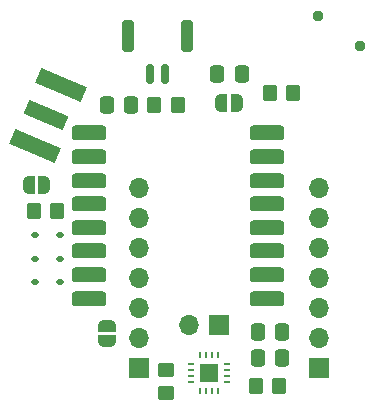
<source format=gbr>
%TF.GenerationSoftware,KiCad,Pcbnew,8.0.1*%
%TF.CreationDate,2024-04-01T21:43:51+02:00*%
%TF.ProjectId,SenseLoraCAM,53656e73-654c-46f7-9261-43414d2e6b69,rev?*%
%TF.SameCoordinates,Original*%
%TF.FileFunction,Soldermask,Top*%
%TF.FilePolarity,Negative*%
%FSLAX46Y46*%
G04 Gerber Fmt 4.6, Leading zero omitted, Abs format (unit mm)*
G04 Created by KiCad (PCBNEW 8.0.1) date 2024-04-01 21:43:51*
%MOMM*%
%LPD*%
G01*
G04 APERTURE LIST*
G04 Aperture macros list*
%AMRoundRect*
0 Rectangle with rounded corners*
0 $1 Rounding radius*
0 $2 $3 $4 $5 $6 $7 $8 $9 X,Y pos of 4 corners*
0 Add a 4 corners polygon primitive as box body*
4,1,4,$2,$3,$4,$5,$6,$7,$8,$9,$2,$3,0*
0 Add four circle primitives for the rounded corners*
1,1,$1+$1,$2,$3*
1,1,$1+$1,$4,$5*
1,1,$1+$1,$6,$7*
1,1,$1+$1,$8,$9*
0 Add four rect primitives between the rounded corners*
20,1,$1+$1,$2,$3,$4,$5,0*
20,1,$1+$1,$4,$5,$6,$7,0*
20,1,$1+$1,$6,$7,$8,$9,0*
20,1,$1+$1,$8,$9,$2,$3,0*%
%AMRotRect*
0 Rectangle, with rotation*
0 The origin of the aperture is its center*
0 $1 length*
0 $2 width*
0 $3 Rotation angle, in degrees counterclockwise*
0 Add horizontal line*
21,1,$1,$2,0,0,$3*%
%AMFreePoly0*
4,1,19,0.500000,-0.750000,0.000000,-0.750000,0.000000,-0.744911,-0.071157,-0.744911,-0.207708,-0.704816,-0.327430,-0.627875,-0.420627,-0.520320,-0.479746,-0.390866,-0.500000,-0.250000,-0.500000,0.250000,-0.479746,0.390866,-0.420627,0.520320,-0.327430,0.627875,-0.207708,0.704816,-0.071157,0.744911,0.000000,0.744911,0.000000,0.750000,0.500000,0.750000,0.500000,-0.750000,0.500000,-0.750000,
$1*%
%AMFreePoly1*
4,1,19,0.000000,0.744911,0.071157,0.744911,0.207708,0.704816,0.327430,0.627875,0.420627,0.520320,0.479746,0.390866,0.500000,0.250000,0.500000,-0.250000,0.479746,-0.390866,0.420627,-0.520320,0.327430,-0.627875,0.207708,-0.704816,0.071157,-0.744911,0.000000,-0.744911,0.000000,-0.750000,-0.500000,-0.750000,-0.500000,0.750000,0.000000,0.750000,0.000000,0.744911,0.000000,0.744911,
$1*%
G04 Aperture macros list end*
%ADD10RoundRect,0.112500X-0.187500X-0.112500X0.187500X-0.112500X0.187500X0.112500X-0.187500X0.112500X0*%
%ADD11RotRect,1.270000X3.600000X247.000000*%
%ADD12RotRect,1.350000X4.200000X247.000000*%
%ADD13RoundRect,0.250000X-0.337500X-0.475000X0.337500X-0.475000X0.337500X0.475000X-0.337500X0.475000X0*%
%ADD14RoundRect,0.150000X0.150000X0.700000X-0.150000X0.700000X-0.150000X-0.700000X0.150000X-0.700000X0*%
%ADD15RoundRect,0.250000X0.250000X1.100000X-0.250000X1.100000X-0.250000X-1.100000X0.250000X-1.100000X0*%
%ADD16FreePoly0,0.000000*%
%ADD17FreePoly1,0.000000*%
%ADD18RoundRect,0.250000X-0.350000X-0.450000X0.350000X-0.450000X0.350000X0.450000X-0.350000X0.450000X0*%
%ADD19RoundRect,0.250000X-0.450000X0.350000X-0.450000X-0.350000X0.450000X-0.350000X0.450000X0.350000X0*%
%ADD20RoundRect,0.250000X0.350000X0.450000X-0.350000X0.450000X-0.350000X-0.450000X0.350000X-0.450000X0*%
%ADD21RoundRect,0.250000X0.337500X0.475000X-0.337500X0.475000X-0.337500X-0.475000X0.337500X-0.475000X0*%
%ADD22FreePoly0,90.000000*%
%ADD23FreePoly1,90.000000*%
%ADD24R,0.250000X0.600000*%
%ADD25R,0.600000X0.250000*%
%ADD26R,1.500000X1.500000*%
%ADD27RoundRect,0.317500X1.157500X0.317500X-1.157500X0.317500X-1.157500X-0.317500X1.157500X-0.317500X0*%
%ADD28R,1.700000X1.700000*%
%ADD29O,1.700000X1.700000*%
%ADD30C,0.950000*%
G04 APERTURE END LIST*
D10*
%TO.C,D5*%
X98100000Y-83000000D03*
X100200000Y-83000000D03*
%TD*%
D11*
%TO.C,AE1*%
X99032106Y-72817221D03*
D12*
X100320022Y-70294942D03*
X98112392Y-75495794D03*
%TD*%
D13*
%TO.C,C2*%
X116962500Y-93400000D03*
X119037500Y-93400000D03*
%TD*%
D14*
%TO.C,J1*%
X109100000Y-69400000D03*
X107850000Y-69400000D03*
D15*
X110950000Y-66200000D03*
X106000000Y-66200000D03*
%TD*%
D10*
%TO.C,D4*%
X98150000Y-85000000D03*
X100250000Y-85000000D03*
%TD*%
D16*
%TO.C,JP4*%
X97600000Y-78800000D03*
D17*
X98900000Y-78800000D03*
%TD*%
D18*
%TO.C,R5*%
X118000000Y-71000000D03*
X120000000Y-71000000D03*
%TD*%
D19*
%TO.C,R1*%
X109200000Y-94400000D03*
X109200000Y-96400000D03*
%TD*%
D13*
%TO.C,C1*%
X116962500Y-91200000D03*
X119037500Y-91200000D03*
%TD*%
D20*
%TO.C,R8*%
X110200000Y-72000000D03*
X108200000Y-72000000D03*
%TD*%
D10*
%TO.C,D3*%
X98150000Y-87000000D03*
X100250000Y-87000000D03*
%TD*%
D13*
%TO.C,C4*%
X113562500Y-69400000D03*
X115637500Y-69400000D03*
%TD*%
D20*
%TO.C,R4*%
X118800000Y-95800000D03*
X116800000Y-95800000D03*
%TD*%
D21*
%TO.C,C5*%
X106275000Y-72000000D03*
X104200000Y-72000000D03*
%TD*%
D18*
%TO.C,R6*%
X98000000Y-81000000D03*
X100000000Y-81000000D03*
%TD*%
D22*
%TO.C,JP5*%
X104200000Y-92000000D03*
D23*
X104200000Y-90700000D03*
%TD*%
D16*
%TO.C,JP3*%
X113900000Y-71800000D03*
D17*
X115200000Y-71800000D03*
%TD*%
D24*
%TO.C,U3*%
X112101000Y-96200000D03*
X112600000Y-96200000D03*
X113101000Y-96200000D03*
X113600000Y-96200000D03*
D25*
X114349000Y-95448000D03*
X114349000Y-94948000D03*
X114349000Y-94448000D03*
X114349000Y-93948000D03*
D24*
X113599000Y-93200000D03*
X113099000Y-93200000D03*
X112599000Y-93200000D03*
X112101000Y-93200000D03*
D25*
X111349000Y-93948000D03*
X111349000Y-94448000D03*
X111349000Y-94948000D03*
X111349000Y-95448000D03*
D26*
X112849000Y-94700000D03*
%TD*%
D27*
%TO.C,U1*%
X117725000Y-88400000D03*
X117725000Y-86400000D03*
X117725000Y-84400000D03*
X117725000Y-82400000D03*
X117725000Y-80400000D03*
X117725000Y-78400000D03*
X117725000Y-76400000D03*
X117725000Y-74400000D03*
X102675000Y-74400000D03*
X102675000Y-76400000D03*
X102675000Y-78400000D03*
X102675000Y-80400000D03*
X102675000Y-82400000D03*
X102675000Y-84400000D03*
X102675000Y-86400000D03*
X102675000Y-88400000D03*
%TD*%
D28*
%TO.C,J3*%
X122200000Y-94240000D03*
D29*
X122200000Y-91700000D03*
X122200000Y-89160000D03*
X122200000Y-86620000D03*
X122200000Y-84080000D03*
X122200000Y-81540000D03*
X122200000Y-79000000D03*
%TD*%
D28*
%TO.C,J2*%
X113675000Y-90600000D03*
D29*
X111135000Y-90600000D03*
%TD*%
D30*
%TO.C,SW2*%
X122036353Y-64432289D03*
X125596029Y-67018545D03*
%TD*%
D28*
%TO.C,J4*%
X106900000Y-94240000D03*
D29*
X106900000Y-91700000D03*
X106900000Y-89160000D03*
X106900000Y-86620000D03*
X106900000Y-84080000D03*
X106900000Y-81540000D03*
X106900000Y-79000000D03*
%TD*%
M02*

</source>
